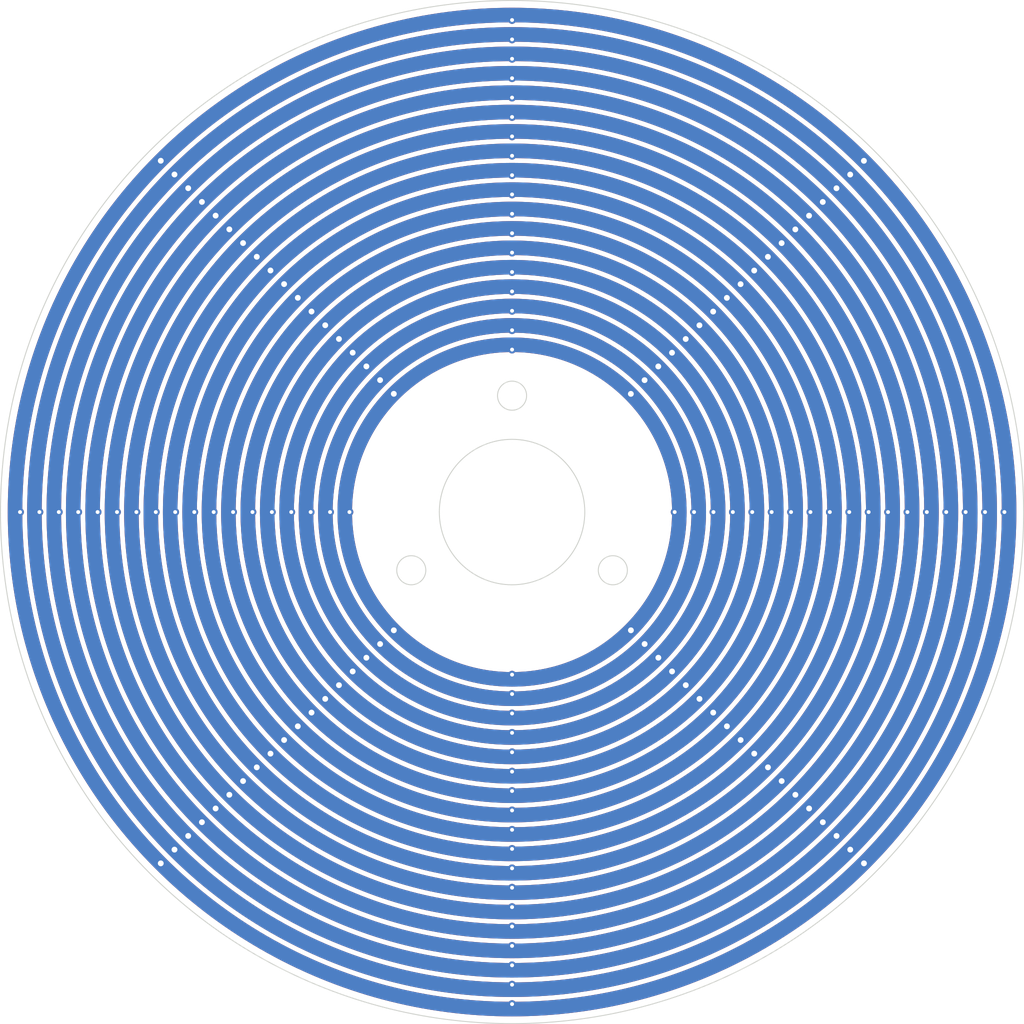
<source format=kicad_pcb>
(kicad_pcb
	(version 20241229)
	(generator "pcbnew")
	(generator_version "9.0")
	(general
		(thickness 1.6)
		(legacy_teardrops no)
	)
	(paper "A4")
	(layers
		(0 "F.Cu" signal)
		(2 "B.Cu" signal)
		(9 "F.Adhes" user "F.Adhesive")
		(11 "B.Adhes" user "B.Adhesive")
		(13 "F.Paste" user)
		(15 "B.Paste" user)
		(5 "F.SilkS" user "F.Silkscreen")
		(7 "B.SilkS" user "B.Silkscreen")
		(1 "F.Mask" user)
		(3 "B.Mask" user)
		(17 "Dwgs.User" user "User.Drawings")
		(19 "Cmts.User" user "User.Comments")
		(21 "Eco1.User" user "User.Eco1")
		(23 "Eco2.User" user "User.Eco2")
		(25 "Edge.Cuts" user)
		(27 "Margin" user)
		(31 "F.CrtYd" user "F.Courtyard")
		(29 "B.CrtYd" user "B.Courtyard")
		(35 "F.Fab" user)
		(33 "B.Fab" user)
		(39 "User.1" user)
		(41 "User.2" user)
		(43 "User.3" user)
		(45 "User.4" user)
	)
	(setup
		(pad_to_mask_clearance 0)
		(allow_soldermask_bridges_in_footprints no)
		(tenting front back)
		(pcbplotparams
			(layerselection 0x00000000_00000000_55555555_5755f5ff)
			(plot_on_all_layers_selection 0x00000000_00000000_00000000_00000000)
			(disableapertmacros no)
			(usegerberextensions no)
			(usegerberattributes yes)
			(usegerberadvancedattributes yes)
			(creategerberjobfile yes)
			(dashed_line_dash_ratio 12.000000)
			(dashed_line_gap_ratio 3.000000)
			(svgprecision 4)
			(plotframeref no)
			(mode 1)
			(useauxorigin no)
			(hpglpennumber 1)
			(hpglpenspeed 20)
			(hpglpendiameter 15.000000)
			(pdf_front_fp_property_popups yes)
			(pdf_back_fp_property_popups yes)
			(pdf_metadata yes)
			(pdf_single_document no)
			(dxfpolygonmode yes)
			(dxfimperialunits yes)
			(dxfusepcbnewfont yes)
			(psnegative no)
			(psa4output no)
			(plot_black_and_white yes)
			(sketchpadsonfab no)
			(plotpadnumbers no)
			(hidednponfab no)
			(sketchdnponfab yes)
			(crossoutdnponfab yes)
			(subtractmaskfromsilk no)
			(outputformat 1)
			(mirror no)
			(drillshape 0)
			(scaleselection 1)
			(outputdirectory "C:/Users/bhavy/OneDrive/Documents/GitHub/IMU-Turntable/build/PCB/XY_pogo-ring/XY_pogo-ring_GERBER/XY_pogo-ring_DRILL/")
		)
	)
	(net 0 "")
	(net 1 "8")
	(net 2 "6")
	(net 3 "7")
	(net 4 "5")
	(net 5 "4")
	(net 6 "1")
	(net 7 "2")
	(net 8 "3")
	(net 9 "9")
	(net 10 "10")
	(net 11 "11")
	(net 12 "12")
	(net 13 "13")
	(net 14 "15")
	(net 15 "14")
	(net 16 "16")
	(net 17 "17")
	(net 18 "18")
	(gr_circle
		(center 0 0)
		(end 38.5 0)
		(stroke
			(width 3)
			(type solid)
		)
		(fill no)
		(layer "F.Cu")
		(net 7)
		(uuid "0788f758-2a4c-4fe4-a451-fd0951618c2c")
	)
	(gr_circle
		(center 0 0)
		(end 62.5 0)
		(stroke
			(width 3)
			(type solid)
		)
		(fill no)
		(layer "F.Cu")
		(net 1)
		(uuid "13953cfd-e041-4aa5-96e5-e122aa34b5f2")
	)
	(gr_circle
		(center 0 0)
		(end 94.5 0)
		(stroke
			(width 3)
			(type solid)
		)
		(fill no)
		(layer "F.Cu")
		(net 16)
		(uuid "19ef8872-9016-4a27-8a34-9e8a5e9af57d")
	)
	(gr_circle
		(center 0 0)
		(end 78.5 0)
		(stroke
			(width 3)
			(type solid)
		)
		(fill no)
		(layer "F.Cu")
		(net 12)
		(uuid "2c81f24e-070a-4d91-80dd-75a3afb3cb1b")
	)
	(gr_circle
		(center 0 0)
		(end 46.5 0)
		(stroke
			(width 3)
			(type solid)
		)
		(fill no)
		(layer "F.Cu")
		(net 5)
		(uuid "42c2d414-ac6f-4540-8cec-4ce6be08845d")
	)
	(gr_circle
		(center 0 0)
		(end 50.5 0)
		(stroke
			(width 3)
			(type solid)
		)
		(fill no)
		(layer "F.Cu")
		(net 4)
		(uuid "447c8f44-26a5-4571-8dbb-d9514bc75d8a")
	)
	(gr_circle
		(center 0 0)
		(end 34.5 0)
		(stroke
			(width 3)
			(type solid)
		)
		(fill no)
		(layer "F.Cu")
		(net 6)
		(uuid "5f9e0520-2af3-4e52-bc96-7625321ec2dc")
	)
	(gr_circle
		(center 0 0)
		(end 86.5 0)
		(stroke
			(width 3)
			(type solid)
		)
		(fill no)
		(layer "F.Cu")
		(net 15)
		(uuid "66f76a7e-4b3e-4ffa-b510-0051eccace70")
	)
	(gr_circle
		(center 0 0)
		(end 102.5 0)
		(stroke
			(width 3)
			(type solid)
		)
		(fill no)
		(layer "F.Cu")
		(net 18)
		(uuid "7d7105ef-2dd6-46d7-a902-e0527541c598")
	)
	(gr_circle
		(center 0 0)
		(end 82.5 0)
		(stroke
			(width 3)
			(type solid)
		)
		(fill no)
		(layer "F.Cu")
		(net 13)
		(uuid "85f829a8-ea08-4180-8c96-a5470b846664")
	)
	(gr_circle
		(center 0 0)
		(end 58.5 0)
		(stroke
			(width 3)
			(type solid)
		)
		(fill no)
		(layer "F.Cu")
		(net 3)
		(uuid "977988ca-974c-45f4-9f9b-755c253a1bd6")
	)
	(gr_circle
		(center 0 0)
		(end 98.5 0)
		(stroke
			(width 3)
			(type solid)
		)
		(fill no)
		(layer "F.Cu")
		(net 17)
		(uuid "a26ae723-d2ea-44ae-abd2-ef92b24e8361")
	)
	(gr_circle
		(center 0 0)
		(end 54.5 0)
		(stroke
			(width 3)
			(type solid)
		)
		(fill no)
		(layer "F.Cu")
		(net 2)
		(uuid "a43893a7-bcd8-43ad-83bc-389aa4375b84")
	)
	(gr_circle
		(center 0 0)
		(end 70.5 0)
		(stroke
			(width 3)
			(type solid)
		)
		(fill no)
		(layer "F.Cu")
		(net 10)
		(uuid "c197c73a-3c1b-424c-84fe-33e6ba216ded")
	)
	(gr_circle
		(center 0 0)
		(end 66.5 0)
		(stroke
			(width 3)
			(type solid)
		)
		(fill no)
		(layer "F.Cu")
		(net 9)
		(uuid "c2a8ba52-ff57-468b-8dd5-e555ca748bbf")
	)
	(gr_circle
		(center 0 0)
		(end 42.5 0)
		(stroke
			(width 3)
			(type solid)
		)
		(fill no)
		(layer "F.Cu")
		(net 8)
		(uuid "d3493a87-3d61-46f4-b170-0965b03917f4")
	)
	(gr_circle
		(center 0 0)
		(end 90.5 0)
		(stroke
			(width 3)
			(type solid)
		)
		(fill no)
		(layer "F.Cu")
		(net 14)
		(uuid "dd739a9f-5501-4f7c-b007-f81647aa1183")
	)
	(gr_circle
		(center 0 0)
		(end 74.5 0)
		(stroke
			(width 3)
			(type solid)
		)
		(fill no)
		(layer "F.Cu")
		(net 11)
		(uuid "f5e008ea-7dda-4002-8d3e-da4be7da206f")
	)
	(gr_circle
		(center 0 0)
		(end 82.5 0)
		(stroke
			(width 3)
			(type solid)
		)
		(fill no)
		(layer "B.Cu")
		(net 13)
		(uuid "0eda1d95-325c-4efa-9114-47446e7156da")
	)
	(gr_circle
		(center 0 0)
		(end 54.5 0)
		(stroke
			(width 3)
			(type solid)
		)
		(fill no)
		(layer "B.Cu")
		(net 2)
		(uuid "1f47948b-9d4c-4cbb-8fed-1feb87c1f9de")
	)
	(gr_circle
		(center 0 0)
		(end 58.5 0)
		(stroke
			(width 3)
			(type solid)
		)
		(fill no)
		(layer "B.Cu")
		(net 3)
		(uuid "570e5ea9-181e-449b-853f-580fad95eb9c")
	)
	(gr_circle
		(center 0 0)
		(end 102.5 0)
		(stroke
			(width 3)
			(type solid)
		)
		(fill no)
		(layer "B.Cu")
		(net 18)
		(uuid "5d4326d2-6c64-4a0b-a328-74f7cf8ba3ed")
	)
	(gr_circle
		(center 0 0)
		(end 46.5 0)
		(stroke
			(width 3)
			(type solid)
		)
		(fill no)
		(layer "B.Cu")
		(net 5)
		(uuid "73e0a795-aacf-472a-b6d9-67bbf5a57cca")
	)
	(gr_circle
		(center 0 0)
		(end 62.5 0)
		(stroke
			(width 3)
			(type solid)
		)
		(fill no)
		(layer "B.Cu")
		(net 1)
		(uuid "76ee5140-6216-44d6-84d5-b05395c556d9")
	)
	(gr_circle
		(center 0 0)
		(end 38.5 0)
		(stroke
			(width 3)
			(type solid)
		)
		(fill no)
		(layer "B.Cu")
		(net 7)
		(uuid "7b264c71-768a-4feb-8e86-713e5cff63b0")
	)
	(gr_circle
		(center 0 0)
		(end 98.5 0)
		(stroke
			(width 3)
			(type solid)
		)
		(fill no)
		(layer "B.Cu")
		(net 17)
		(uuid "7e68936d-daab-4b10-9dea-6fcedb8537b2")
	)
	(gr_circle
		(center 0 0)
		(end 34.5 0)
		(stroke
			(width 3)
			(type solid)
		)
		(fill no)
		(layer "B.Cu")
		(net 6)
		(uuid "9bfdbf06-3137-4984-bb52-b6b35fa7c4e1")
	)
	(gr_circle
		(center 0 0)
		(end 90.5 0)
		(stroke
			(width 3)
			(type solid)
		)
		(fill no)
		(layer "B.Cu")
		(net 14)
		(uuid "affee9df-f588-42f7-bb00-6b960a600479")
	)
	(gr_circle
		(center 0 0)
		(end 66.5 0)
		(stroke
			(width 3)
			(type solid)
		)
		(fill no)
		(layer "B.Cu")
		(net 9)
		(uuid "be01cfa7-d6fc-468e-ba92-1fd8b2516f9d")
	)
	(gr_circle
		(center 0 0)
		(end 86.5 0)
		(stroke
			(width 3)
			(type solid)
		)
		(fill no)
		(layer "B.Cu")
		(net 15)
		(uuid "c2ec2376-82a4-4e44-82be-97a82da00109")
	)
	(gr_circle
		(center 0 0)
		(end 50.5 0)
		(stroke
			(width 3)
			(type solid)
		)
		(fill no)
		(layer "B.Cu")
		(net 4)
		(uuid "e7ba7bca-fc91-4c3b-a503-8541a7eca0ff")
	)
	(gr_circle
		(center 0 0)
		(end 78.5 0)
		(stroke
			(width 3)
			(type solid)
		)
		(fill no)
		(layer "B.Cu")
		(net 12)
		(uuid "f00198cf-e676-4a0a-a9ff-9befbf9800f7")
	)
	(gr_circle
		(center 0 0)
		(end 94.5 0)
		(stroke
			(width 3)
			(type solid)
		)
		(fill no)
		(layer "B.Cu")
		(net 16)
		(uuid "f1619b19-4aab-458f-914c-16687a4c79f9")
	)
	(gr_circle
		(center 0 0)
		(end 70.5 0)
		(stroke
			(width 3)
			(type solid)
		)
		(fill no)
		(layer "B.Cu")
		(net 10)
		(uuid "f794bd07-6fb8-4f5e-b61c-2e396cc1e366")
	)
	(gr_circle
		(center 0 0)
		(end 74.5 0)
		(stroke
			(width 3)
			(type solid)
		)
		(fill no)
		(layer "B.Cu")
		(net 11)
		(uuid "f90127b8-949b-4bfb-b09f-46f53de1a1fd")
	)
	(gr_circle
		(center 0 0)
		(end 42.5 0)
		(stroke
			(width 3)
			(type solid)
		)
		(fill no)
		(layer "B.Cu")
		(net 8)
		(uuid "facd07ae-de4f-4143-9811-e642d30451ae")
	)
	(gr_circle
		(center 0 0)
		(end 15 0)
		(stroke
			(width 0.2)
			(type solid)
		)
		(fill no)
		(layer "Edge.Cuts")
		(uuid "3ba28e55-c0cf-4b01-8d16-1245ad5559dd")
	)
	(gr_circle
		(center 20.78461 12)
		(end 23.78461 12)
		(stroke
			(width 0.2)
			(type solid)
		)
		(fill no)
		(layer "Edge.Cuts")
		(uuid "49fca0de-12cf-40ec-a263-f632942d88c9")
	)
	(gr_circle
		(center -20.78461 12)
		(end -17.78461 12)
		(stroke
			(width 0.2)
			(type solid)
		)
		(fill no)
		(layer "Edge.Cuts")
		(uuid "928d0a65-bf2a-4bc7-b5bd-d15ebba07210")
	)
	(gr_circle
		(center 0 0)
		(end 105.5 0)
		(stroke
			(width 0.2)
			(type solid)
		)
		(fill no)
		(layer "Edge.Cuts")
		(uuid "b2150af6-4ada-43fe-a1a5-94402706aafa")
	)
	(gr_circle
		(center 0 -24)
		(end 3 -24)
		(stroke
			(width 0.2)
			(type solid)
		)
		(fill no)
		(layer "Edge.Cuts")
		(uuid "ee70e610-5fb5-4e31-a114-6a7f126ea103")
	)
	(via
		(at -44.182988 44.182988)
		(size 2)
		(drill 1.2)
		(layers "F.Cu" "B.Cu")
		(free yes)
		(net 1)
		(uuid "468538ce-43e0-4a78-a13a-9c5cd69b6991")
	)
	(via
		(at 0 61.529)
		(size 1.6)
		(drill 0.8)
		(layers "F.Cu" "B.Cu")
		(free yes)
		(net 1)
		(uuid "5b8e1724-02bb-404e-8c79-ab375454c6e7")
	)
	(via
		(at 44.309988 44.182988)
		(size 2)
		(drill 1.2)
		(layers "F.Cu" "B.Cu")
		(free yes)
		(net 1)
		(uuid "728bd0a9-d570-4ac2-b413-142294926efa")
	)
	(via
		(at -61.531 0)
		(size 1.6)
		(drill 0.8)
		(layers "F.Cu" "B.Cu")
		(free yes)
		(net 1)
		(uuid "7b9e802f-fbc9-4cac-bfbb-47d5166ca117")
	)
	(via
		(at -44.182988 -44.182988)
		(size 2)
		(drill 1.2)
		(layers "F.Cu" "B.Cu")
		(free yes)
		(net 1)
		(uuid "a8089c57-b0c9-48fa-839e-05425f8b51c6")
	)
	(via
		(at 0 -61.5)
		(size 1.6)
		(drill 0.8)
		(layers "F.Cu" "B.Cu")
		(free yes)
		(net 1)
		(uuid "aaa1c204-4cf0-491b-a7ac-b64722b447a6")
	)
	(via
		(at 44.299281 -44.172281)
		(size 2)
		(drill 1.2)
		(layers "F.Cu" "B.Cu")
		(free yes)
		(net 1)
		(uuid "cde58083-3134-4427-a8e1-2282ba1dccf2")
	)
	(via
		(at 61.531 0)
		(size 1.6)
		(drill 0.8)
		(layers "F.Cu" "B.Cu")
		(free yes)
		(net 1)
		(uuid "f502773d-2710-4ca2-a990-284bafac8470")
	)
	(via
		(at 0 -53.5)
		(size 1.6)
		(drill 0.8)
		(layers "F.Cu" "B.Cu")
		(free yes)
		(net 2)
		(uuid "0166b832-a2ed-4445-8bd1-86bf2a4e47bd")
	)
	(via
		(at -38.526135 -38.526135)
		(size 2)
		(drill 1.2)
		(layers "F.Cu" "B.Cu")
		(free yes)
		(net 2)
		(uuid "14db74c5-12bf-415b-8e60-2585227d7ef0")
	)
	(via
		(at 38.642427 -38.515427)
		(size 2)
		(drill 1.2)
		(layers "F.Cu" "B.Cu")
		(free yes)
		(net 2)
		(uuid "25c0b50d-2db7-427d-9a80-2d6e4563d4a7")
	)
	(via
		(at 0 53.529)
		(size 1.6)
		(drill 0.8)
		(layers "F.Cu" "B.Cu")
		(free yes)
		(net 2)
		(uuid "2874c8e1-e0f0-46d7-b160-d430919ec850")
	)
	(via
		(at 53.531 0)
		(size 1.6)
		(drill 0.8)
		(layers "F.Cu" "B.Cu")
		(free yes)
		(net 2)
		(uuid "3980cbb7-0913-4ffc-b141-0761fa7c973b")
	)
	(via
		(at 38.653135 38.526135)
		(size 2)
		(drill 1.2)
		(layers "F.Cu" "B.Cu")
		(free yes)
		(net 2)
		(uuid "4477ae53-253b-4ff3-b753-a2e600816e3a")
	)
	(via
		(at -38.526135 38.526135)
		(size 2)
		(drill 1.2)
		(layers "F.Cu" "B.Cu")
		(free yes)
		(net 2)
		(uuid "a9559d6d-b3f7-4a85-9403-107a082807e5")
	)
	(via
		(at -53.531 0)
		(size 1.6)
		(drill 0.8)
		(layers "F.Cu" "B.Cu")
		(free yes)
		(net 2)
		(uuid "e09ca591-154a-4af8-a6f9-cf16570bc5fa")
	)
	(via
		(at -41.354562 41.354562)
		(size 2)
		(drill 1.2)
		(layers "F.Cu" "B.Cu")
		(free yes)
		(net 3)
		(uuid "117b39bd-15b5-40ef-a658-e536d8714698")
	)
	(via
		(at 0 -57.5)
		(size 1.6)
		(drill 0.8)
		(layers "F.Cu" "B.Cu")
		(free yes)
		(net 3)
		(uuid "1389ff5a-8fc1-4ecd-9618-b028c67ee92f")
	)
	(via
		(at 0 57.529)
		(size 1.6)
		(drill 0.8)
		(layers "F.Cu" "B.Cu")
		(free yes)
		(net 3)
		(uuid "1e38b8a7-dd63-4fa4-b46b-d97fb6a2f6a0")
	)
	(via
		(at 57.531 0)
		(size 1.6)
		(drill 0.8)
		(layers "F.Cu" "B.Cu")
		(free yes)
		(net 3)
		(uuid "277252e1-aca5-4431-9274-7beef3c30599")
	)
	(via
		(at -41.354562 -41.354562)
		(size 2)
		(drill 1.2)
		(layers "F.Cu" "B.Cu")
		(free yes)
		(net 3)
		(uuid "4a984893-807d-42f5-ba8c-7be2c9af659b")
	)
	(via
		(at -57.531 0)
		(size 1.6)
		(drill 0.8)
		(layers "F.Cu" "B.Cu")
		(free yes)
		(net 3)
		(uuid "593473ac-b37e-461c-b68b-fc3d5bbff785")
	)
	(via
		(at 41.470854 -41.343854)
		(size 2)
		(drill 1.2)
		(layers "F.Cu" "B.Cu")
		(free yes)
		(net 3)
		(uuid "5fbbf544-f0d4-4553-8cc9-ad9c13fc3a7e")
	)
	(via
		(at 41.481562 41.354562)
		(size 2)
		(drill 1.2)
		(layers "F.Cu" "B.Cu")
		(free yes)
		(net 3)
		(uuid "a28bac49-84d8-42d8-bd30-7594e4276bce")
	)
	(via
		(at -49.531 0)
		(size 1.6)
		(drill 0.8)
		(layers "F.Cu" "B.Cu")
		(free yes)
		(net 4)
		(uuid "2d997833-a66b-425a-95e5-01a3a0ab7513")
	)
	(via
		(at -35.697708 -35.697708)
		(size 2)
		(drill 1.2)
		(layers "F.Cu" "B.Cu")
		(free yes)
		(net 4)
		(uuid "402813bb-27e7-463e-91a2-ca286fb61f7a")
	)
	(via
		(at -35.697708 35.697708)
		(size 2)
		(drill 1.2)
		(layers "F.Cu" "B.Cu")
		(free yes)
		(net 4)
		(uuid "6e0c97ab-1e97-49c4-8b33-41c3d78bc1d9")
	)
	(via
		(at 0 49.529)
		(size 1.6)
		(drill 0.8)
		(layers "F.Cu" "B.Cu")
		(free yes)
		(net 4)
		(uuid "a96ed60e-f20c-4a84-bda2-d964a0f37799")
	)
	(via
		(at 35.824708 35.697708)
		(size 2)
		(drill 1.2)
		(layers "F.Cu" "B.Cu")
		(free yes)
		(net 4)
		(uuid "ad6b3e96-d738-4d16-9dc6-54cf10491ce3")
	)
	(via
		(at 0 -49.5)
		(size 1.6)
		(drill 0.8)
		(layers "F.Cu" "B.Cu")
		(free yes)
		(net 4)
		(uuid "b6f2704d-0dfb-4220-b28d-3e82e9596cbd")
	)
	(via
		(at 49.531 0)
		(size 1.6)
		(drill 0.8)
		(layers "F.Cu" "B.Cu")
		(free yes)
		(net 4)
		(uuid "dca79d37-69b8-4f16-b862-87db2e069349")
	)
	(via
		(at 35.814 -35.687)
		(size 2)
		(drill 1.2)
		(layers "F.Cu" "B.Cu")
		(free yes)
		(net 4)
		(uuid "f7a2ddbf-17bd-42bf-9749-93301ff1342c")
	)
	(via
		(at 0 45.529)
		(size 1.6)
		(drill 0.8)
		(layers "F.Cu" "B.Cu")
		(free yes)
		(net 5)
		(uuid "06eaaf05-b22c-4db8-a10e-46dba5d440a2")
	)
	(via
		(at -32.869281 32.869281)
		(size 2)
		(drill 1.2)
		(layers "F.Cu" "B.Cu")
		(free yes)
		(net 5)
		(uuid "0a9f1482-3a38-4b6c-9916-8f2611eb6065")
	)
	(via
		(at 0 -45.5)
		(size 1.6)
		(drill 0.8)
		(layers "F.Cu" "B.Cu")
		(free yes)
		(net 5)
		(uuid "4e211c06-89a4-4064-92c0-d1c3abfbe57f")
	)
	(via
		(at 45.531 0)
		(size 1.6)
		(drill 0.8)
		(layers "F.Cu" "B.Cu")
		(free yes)
		(net 5)
		(uuid "7a2f43e0-44e7-4584-bf6b-61d4a3bfd5e4")
	)
	(via
		(at 32.985573 -32.858573)
		(size 2)
		(drill 1.2)
		(layers "F.Cu" "B.Cu")
		(free yes)
		(net 5)
		(uuid "93846f0b-3a86-4f07-919d-5d5178e37cca")
	)
	(via
		(at -45.531 0)
		(size 1.6)
		(drill 0.8)
		(layers "F.Cu" "B.Cu")
		(free yes)
		(net 5)
		(uuid "c850edcd-2450-437e-8b36-d5e726c8902c")
	)
	(via
		(at 32.996281 32.869281)
		(size 2)
		(drill 1.2)
		(layers "F.Cu" "B.Cu")
		(free yes)
		(net 5)
		(uuid "dce39f34-4cc1-4cd4-8513-05524765af30")
	)
	(via
		(at -32.869281 -32.869281)
		(size 2)
		(drill 1.2)
		(layers "F.Cu" "B.Cu")
		(free yes)
		(net 5)
		(uuid "f67c7138-741a-45ac-b67c-a299327e1e34")
	)
	(via
		(at 33.531 0)
		(size 1.6)
		(drill 0.8)
		(layers "F.Cu" "B.Cu")
		(free yes)
		(net 6)
		(uuid "551d15ca-c16d-452c-a7cc-4c2e9a7003b3")
	)
	(via
		(at 0 -33.5)
		(size 1.6)
		(drill 0.8)
		(layers "F.Cu" "B.Cu")
		(free yes)
		(net 6)
		(uuid "681936af-2a43-472f-926f-d173d8680c42")
	)
	(via
		(at 24.500292 -24.373292)
		(size 2)
		(drill 1.2)
		(layers "F.Cu" "B.Cu")
		(free yes)
		(net 6)
		(uuid "74921046-3cfe-4c4c-8abc-43840b617eff")
	)
	(via
		(at 0 33.529)
		(size 1.6)
		(drill 0.8)
		(layers "F.Cu" "B.Cu")
		(free yes)
		(net 6)
		(uuid "bde87012-da7e-4398-bdae-60a7f9ba9910")
	)
	(via
		(at 24.511 24.384)
		(size 2)
		(drill 1.2)
		(layers "F.Cu" "B.Cu")
		(free yes)
		(net 6)
		(uuid "d87807d3-afde-4f7c-a2df-c9e95d0ad76b")
	)
	(via
		(at -33.531 0)
		(size 1.6)
		(drill 0.8)
		(layers "F.Cu" "B.Cu")
		(free yes)
		(net 6)
		(uuid "e674d042-7211-4c88-9b60-777cca7d9faf")
	)
	(via
		(at -24.384 24.384)
		(size 2)
		(drill 1.2)
		(layers "F.Cu" "B.Cu")
		(free yes)
		(net 6)
		(uuid "e918fd6b-5e50-4894-98f6-c181f0d25371")
	)
	(via
		(at -24.384 -24.384)
		(size 2)
		(drill 1.2)
		(layers "F.Cu" "B.Cu")
		(free yes)
		(net 6)
		(uuid "f33cebf0-21fe-45a7-bab8-4bc6c8aa57c3")
	)
	(via
		(at -37.531 0)
		(size 1.6)
		(drill 0.8)
		(layers "F.Cu" "B.Cu")
		(free yes)
		(net 7)
		(uuid "2fa094bb-a37e-4548-a0d4-ca9a980d1f39")
	)
	(via
		(at 0 -37.5)
		(size 1.6)
		(drill 0.8)
		(layers "F.Cu" "B.Cu")
		(free yes)
		(net 7)
		(uuid "31139740-189b-4568-8bc8-39d409852e57")
	)
	(via
		(at 27.339426 27.212426)
		(size 2)
		(drill 1.2)
		(layers "F.Cu" "B.Cu")
		(free yes)
		(net 7)
		(uuid "5304732e-a90b-4e24-a6d6-ee702bd008fb")
	)
	(via
		(at 0 37.529)
		(size 1.6)
		(drill 0.8)
		(layers "F.Cu" "B.Cu")
		(free yes)
		(net 7)
		(uuid "56cad371-94fa-452e-82fa-7d50a7eefacc")
	)
	(via
		(at 37.531 0)
		(size 1.6)
		(drill 0.8)
		(layers "F.Cu" "B.Cu")
		(free yes)
		(net 7)
		(uuid "98922d8e-4c42-4793-967d-aeae036b1f7a")
	)
	(via
		(at 27.328719 -27.201719)
		(size 2)
		(drill 1.2)
		(layers "F.Cu" "B.Cu")
		(free yes)
		(net 7)
		(uuid "a6dfde22-07e7-46d8-8280-ee6f6851e316")
	)
	(via
		(at -27.212426 -27.212426)
		(size 2)
		(drill 1.2)
		(layers "F.Cu" "B.Cu")
		(free yes)
		(net 7)
		(uuid "eb370b8d-798e-4696-9bcf-40d56e1772b4")
	)
	(via
		(at -27.212426 27.212426)
		(size 2)
		(drill 1.2)
		(layers "F.Cu" "B.Cu")
		(free yes)
		(net 7)
		(uuid "fe266daf-3dd8-447f-aff1-84169d2361c4")
	)
	(via
		(at -41.531 0)
		(size 1.6)
		(drill 0.8)
		(layers "F.Cu" "B.Cu")
		(free yes)
		(net 8)
		(uuid "023e3242-d137-4e3d-bd3c-cc7c7f460623")
	)
	(via
		(at 30.157146 -30.030146)
		(size 2)
		(drill 1.2)
		(layers "F.Cu" "B.Cu")
		(free yes)
		(net 8)
		(uuid "24b3dd2a-8f39-4f52-b5ec-e9d1759906ed")
	)
	(via
		(at 0 -41.5)
		(size 1.6)
		(drill 0.8)
		(layers "F.Cu" "B.Cu")
		(free yes)
		(net 8)
		(uuid "2537ab84-7e6c-438a-9b10-1a083c77d77d")
	)
	(via
		(at 30.167854 30.040854)
		(size 2)
		(drill 1.2)
		(layers "F.Cu" "B.Cu")
		(free yes)
		(net 8)
		(uuid "2cc14721-ff78-45a5-ab46-3628c7ff5d79")
	)
	(via
		(at 41.531 0)
		(size 1.6)
		(drill 0.8)
		(layers "F.Cu" "B.Cu")
		(free yes)
		(net 8)
		(uuid "bbf6fce9-e599-4909-b602-dadd716b2e94")
	)
	(via
		(at -30.040854 30.040854)
		(size 2)
		(drill 1.2)
		(layers "F.Cu" "B.Cu")
		(free yes)
		(net 8)
		(uuid "d9c82917-ed70-457d-a44c-cc4be743f718")
	)
	(via
		(at -30.040854 -30.040854)
		(size 2)
		(drill 1.2)
		(layers "F.Cu" "B.Cu")
		(free yes)
		(net 8)
		(uuid "db2b4a1c-8ee0-412d-97db-145ab7aab6e7")
	)
	(via
		(at 0 41.529)
		(size 1.6)
		(drill 0.8)
		(layers "F.Cu" "B.Cu")
		(free yes)
		(net 8)
		(uuid "e6b4bc60-de07-426d-a786-1afc4f6dc2ad")
	)
	(via
		(at 47.127709 -47.000709)
		(size 2)
		(drill 1.2)
		(layers "F.Cu" "B.Cu")
		(free yes)
		(net 9)
		(uuid "4055a366-13d9-4935-9cfe-58065e4b5057")
	)
	(via
		(at 65.531 0)
		(size 1.6)
		(drill 0.8)
		(layers "F.Cu" "B.Cu")
		(free yes)
		(net 9)
		(uuid "50aad75b-1a2d-40ec-b7dd-475fc49da820")
	)
	(via
		(at -65.531 0)
		(size 1.6)
		(drill 0.8)
		(layers "F.Cu" "B.Cu")
		(free yes)
		(net 9)
		(uuid "571580cd-acfa-47c8-8707-7b715d8e6ce3")
	)
	(via
		(at -47.011417 -47.011417)
		(size 2)
		(drill 1.2)
		(layers "F.Cu" "B.Cu")
		(free yes)
		(net 9)
		(uuid "60497f17-dfa1-454f-a024-cd7867fe1af3")
	)
	(via
		(at 47.138417 47.011417)
		(size 2)
		(drill 1.2)
		(layers "F.Cu" "B.Cu")
		(free yes)
		(net 9)
		(uuid "61fbc15e-1833-4961-a019-470d80b3ae6c")
	)
	(via
		(at 0 65.529)
		(size 1.6)
		(drill 0.8)
		(layers "F.Cu" "B.Cu")
		(free yes)
		(net 9)
		(uuid "8ac8257c-1f93-4afa-8c01-1db91d8dda94")
	)
	(via
		(at -47.011417 47.011417)
		(size 2)
		(drill 1.2)
		(layers "F.Cu" "B.Cu")
		(free yes)
		(net 9)
		(uuid "c3ace76e-bde8-4abb-9ec8-0e86c1141e16")
	)
	(via
		(at 0 -65.5)
		(size 1.6)
		(drill 0.8)
		(layers "F.Cu" "B.Cu")
		(free yes)
		(net 9)
		(uuid "fd60d882-bb49-460a-a324-b55dae79a5ab")
	)
	(via
		(at 0 -69.469)
		(size 1.6)
		(drill 0.8)
		(layers "F.Cu" "B.Cu")
		(free yes)
		(net 10)
		(uuid "24059dad-adb9-4aeb-80b2-f000dcc9f8b8")
	)
	(via
		(at 49.934215 -49.807215)
		(size 2)
		(drill 1.2)
		(layers "F.Cu" "B.Cu")
		(free yes)
		(net 10)
		(uuid "2d1a9bde-15ab-4d35-be78-78b3f17df292")
	)
	(via
		(at -49.817923 -49.817923)
		(size 2)
		(drill 1.2)
		(layers "F.Cu" "B.Cu")
		(free yes)
		(net 10)
		(uuid "4de21168-38ea-495a-ac97-710d4748cdc2")
	)
	(via
		(at -69.469 0)
		(size 1.6)
		(drill 0.8)
		(layers "F.Cu" "B.Cu")
		(free yes)
		(net 10)
		(uuid "58bc47b5-0929-4a79-b67d-2a872d66d4c2")
	)
	(via
		(at 0 69.469)
		(size 1.6)
		(drill 0.8)
		(layers "F.Cu" "B.Cu")
		(free yes)
		(net 10)
		(uuid "85655305-b9ce-4624-813b-b6d61b2010a0")
	)
	(via
		(at 69.535 0)
		(size 1.6)
		(drill 0.8)
		(layers "F.Cu" "B.Cu")
		(free yes)
		(net 10)
		(uuid "9bf1de99-3a04-4cdb-ace3-6f58ab5b600f")
	)
	(via
		(at -49.817923 49.817923)
		(size 2)
		(drill 1.2)
		(layers "F.Cu" "B.Cu")
		(free yes)
		(net 10)
		(uuid "b60f64e4-d891-429b-98ff-2bd03e0b2052")
	)
	(via
		(at 49.944923 49.817923)
		(size 2)
		(drill 1.2)
		(layers "F.Cu" "B.Cu")
		(free yes)
		(net 10)
		(uuid "bd830677-e68c-4501-8ad3-359bb14c7197")
	)
	(via
		(at 52.762642 -52.635642)
		(size 2)
		(drill 1.2)
		(layers "F.Cu" "B.Cu")
		(free yes)
		(net 11)
		(uuid "0c489a9e-24a4-4261-bac4-020829c3aea5")
	)
	(via
		(at -52.64635 52.64635)
		(size 2)
		(drill 1.2)
		(layers "F.Cu" "B.Cu")
		(free yes)
		(net 11)
		(uuid "27fc8928-23e7-408d-8252-40b97c6b19cd")
	)
	(via
		(at 0 73.469)
		(size 1.6)
		(drill 0.8)
		(layers "F.Cu" "B.Cu")
		(free yes)
		(net 11)
		(uuid "3ba653f2-da29-431d-bdb7-006aac3206b7")
	)
	(via
		(at 0 -73.469)
		(size 1.6)
		(drill 0.8)
		(layers "F.Cu" "B.Cu")
		(free yes)
		(net 11)
		(uuid "7ea30b3e-7bf0-4176-832e-9311dc551356")
	)
	(via
		(at 73.535 0)
		(size 1.6)
		(drill 0.8)
		(layers "F.Cu" "B.Cu")
		(free yes)
		(net 11)
		(uuid "92ea9779-d5ef-470b-9fa6-878557f0709e")
	)
	(via
		(at -52.64635 -52.64635)
		(size 2)
		(drill 1.2)
		(layers "F.Cu" "B.Cu")
		(free yes)
		(net 11)
		(uuid "dd363b45-9732-493e-86f5-5eda83bd75d3")
	)
	(via
		(at 52.77335 52.64635)
		(size 2)
		(drill 1.2)
		(layers "F.Cu" "B.Cu")
		(free yes)
		(net 11)
		(uuid "df17f05c-e61e-44ea-a110-12b5577151d6")
	)
	(via
		(at -73.469 0)
		(size 1.6)
		(drill 0.8)
		(layers "F.Cu" "B.Cu")
		(free yes)
		(net 11)
		(uuid "e2ff8453-223e-4a16-a23d-6f47d420edee")
	)
	(via
		(at -55.474778 55.474778)
		(size 2)
		(drill 1.2)
		(layers "F.Cu" "B.Cu")
		(free yes)
		(net 12)
		(uuid "092e468e-b3f3-48ac-b363-bd060255c184")
	)
	(via
		(at 0 77.469)
		(size 1.6)
		(drill 0.8)
		(layers "F.Cu" "B.Cu")
		(free yes)
		(net 12)
		(uuid "10574ddd-8c2b-4260-8dd1-d11709358c37")
	)
	(via
		(at -55.474778 -55.474778)
		(size 2)
		(drill 1.2)
		(layers "F.Cu" "B.Cu")
		(free yes)
		(net 12)
		(uuid "22dee992-29e0-4093-a4ed-5f2729dc4c77")
	)
	(via
		(at 55.601778 55.474778)
		(size 2)
		(drill 1.2)
		(layers "F.Cu" "B.Cu")
		(free yes)
		(net 12)
		(uuid "235eb1cb-be5a-40df-a488-e0e19bfcbffc")
	)
	(via
		(at -77.469 0)
		(size 1.6)
		(drill 0.8)
		(layers "F.Cu" "B.Cu")
		(free yes)
		(net 12)
		(uuid "5cce4f2b-4cc5-4e78-a4a5-478fbc35bbc6")
	)
	(via
		(at 55.59107 -55.46407)
		(size 2)
		(drill 1.2)
		(layers "F.Cu" "B.Cu")
		(free yes)
		(net 12)
		(uuid "7bb014af-c551-4d65-bb59-23a6ed443efb")
	)
	(via
		(at 0 -77.469)
		(size 1.6)
		(drill 0.8)
		(layers "F.Cu" "B.Cu")
		(free yes)
		(net 12)
		(uuid "97474678-4637-419d-bcbd-5f52e99fdc9f")
	)
	(via
		(at 77.535 0)
		(size 1.6)
		(drill 0.8)
		(layers "F.Cu" "B.Cu")
		(free yes)
		(net 12)
		(uuid "b5933c7e-0fa9-4b55-965e-df9135cd7d1f")
	)
	(via
		(at 81.535 0)
		(size 1.6)
		(drill 0.8)
		(layers "F.Cu" "B.Cu")
		(free yes)
		(net 13)
		(uuid "03b9d11b-9168-4d63-980e-49e05244dcbc")
	)
	(via
		(at 0 81.468999)
		(size 1.6)
		(drill 0.8)
		(layers "F.Cu" "B.Cu")
		(free yes)
		(net 13)
		(uuid "05f27548-77b7-41c8-a912-6c20b15c254f")
	)
	(via
		(at -81.468999 0)
		(size 1.6)
		(drill 0.8)
		(layers "F.Cu" "B.Cu")
		(free yes)
		(net 13)
		(uuid "188e3ed8-6590-490e-8f07-6491c4cabbbe")
	)
	(via
		(at 58.430204 58.303204)
		(size 2)
		(drill 1.2)
		(layers "F.Cu" "B.Cu")
		(free yes)
		(net 13)
		(uuid "3450fb02-ccd0-4a01-b853-b25d832ee6b6")
	)
	(via
		(at 0 -81.468999)
		(size 1.6)
		(drill 0.8)
		(layers "F.Cu" "B.Cu")
		(free yes)
		(net 13)
		(uuid "64cd60a4-9fa4-4ff4-8cfd-a5d57a6f6cfb")
	)
	(via
		(at -58.303204 58.303204)
		(size 2)
		(drill 1.2)
		(layers "F.Cu" "B.Cu")
		(free yes)
		(net 13)
		(uuid "9aa6e401-a2cd-455a-8ec0-1fd771a1d466")
	)
	(via
		(at -58.303204 -58.303204)
		(size 2)
		(drill 1.2)
		(layers "F.Cu" "B.Cu")
		(free yes)
		(net 13)
		(uuid "9ae900a7-7710-49fa-ab43-fd141b3e3588")
	)
	(via
		(at 58.419496 -58.292496)
		(size 2)
		(drill 1.2)
		(layers "F.Cu" "B.Cu")
		(free yes)
		(net 13)
		(uuid "b46d956a-e351-4559-8dcd-962c9c3c5558")
	)
	(via
		(at 89.535 0)
		(size 1.6)
		(drill 0.8)
		(layers "F.Cu" "B.Cu")
		(free yes)
		(net 14)
		(uuid "47235424-11a9-4baa-ab27-2c7833cf910b")
	)
	(via
		(at 0 -89.469001)
		(size 1.6)
		(drill 0.8)
		(layers "F.Cu" "B.Cu")
		(free yes)
		(net 14)
		(uuid "592967d8-400e-42ad-bf30-81127d83effa")
	)
	(via
		(at 64.087059 63.960059)
		(size 2)
		(drill 1.2)
		(layers "F.Cu" "B.Cu")
		(free yes)
		(net 14)
		(uuid "65860909-484e-47b7-a693-ae1d9f614760")
	)
	(via
		(at 0 89.469001)
		(size 1.6)
		(drill 0.8)
		(layers "F.Cu" "B.Cu")
		(free yes)
		(net 14)
		(uuid "6b5c920b-64c9-4e67-89f3-a7cbbed72ca2")
	)
	(via
		(at -89.469001 0)
		(size 1.6)
		(drill 0.8)
		(layers "F.Cu" "B.Cu")
		(free yes)
		(net 14)
		(uuid "6c1bfcb2-335a-4efe-aa05-fda65d1de53d")
	)
	(via
		(at -63.960059 -63.960059)
		(size 2)
		(drill 1.2)
		(layers "F.Cu" "B.Cu")
		(free yes)
		(net 14)
		(uuid "742f4adb-2865-49f1-a355-82fefaac89e9")
	)
	(via
		(at 64.076352 -63.949352)
		(size 2)
		(drill 1.2)
		(layers "F.Cu" "B.Cu")
		(free yes)
		(net 14)
		(uuid "8e389acf-c0a4-4408-9ae8-eb327ac877ba")
	)
	(via
		(at -63.960059 63.960059)
		(size 2)
		(drill 1.2)
		(layers "F.Cu" "B.Cu")
		(free yes)
		(net 14)
		(uuid "dc24c51d-d1b4-4aa5-b8c3-216e0c3b09f1")
	)
	(via
		(at -85.468999 0)
		(size 1.6)
		(drill 0.8)
		(layers "F.Cu" "B.Cu")
		(free yes)
		(net 15)
		(uuid "0dae7c3d-3fcb-456c-890c-f1747fdb0291")
	)
	(via
		(at 0 -85.468999)
		(size 1.6)
		(drill 0.8)
		(layers "F.Cu" "B.Cu")
		(free yes)
		(net 15)
		(uuid "1ecc64e3-e05d-4d3c-98a3-cf5ae6ff77b3")
	)
	(via
		(at -61.131631 61.131631)
		(size 2)
		(drill 1.2)
		(layers "F.Cu" "B.Cu")
		(free yes)
		(net 15)
		(uuid "314bc3e7-5dad-47c1-8921-708865f21e97")
	)
	(via
		(at 61.247923 -61.120923)
		(size 2)
		(drill 1.2)
		(layers "F.Cu" "B.Cu")
		(free yes)
		(net 15)
		(uuid "87249fdb-b46b-4e3a-8a70-f3d6bf921587")
	)
	(via
		(at -61.131631 -61.131631)
		(size 2)
		(drill 1.2)
		(layers "F.Cu" "B.Cu")
		(free yes)
		(net 15)
		(uuid "8a884a08-0032-4a2f-8e4c-db428f6bf145")
	)
	(via
		(at 85.535 0)
		(size 1.6)
		(drill 0.8)
		(layers "F.Cu" "B.Cu")
		(free yes)
		(net 15)
		(uuid "995fe709-dc80-4914-849f-ded5ad320b57")
	)
	(via
		(at 61.258631 61.131631)
		(size 2)
		(drill 1.2)
		(layers "F.Cu" "B.Cu")
		(free yes)
		(net 15)
		(uuid "b817ce00-1e84-46e9-a9ae-1759c0c67854")
	)
	(via
		(at 0 85.468999)
		(size 1.6)
		(drill 0.8)
		(layers "F.Cu" "B.Cu")
		(free yes)
		(net 15)
		(uuid "d254362b-9690-4521-baa7-7cac8b4d11f3")
	)
	(via
		(at -66.788486 66.788486)
		(size 2)
		(drill 1.2)
		(layers "F.Cu" "B.Cu")
		(free yes)
		(net 16)
		(uuid "07777106-b89e-4fca-924d-c7ed4b02aecd")
	)
	(via
		(at 93.535 0)
		(size 1.6)
		(drill 0.8)
		(layers "F.Cu" "B.Cu")
		(free yes)
		(net 16)
		(uuid "180ee28e-b601-4c10-9cad-cc8a5d893ff5")
	)
	(via
		(at 66.904778 -66.777778)
		(size 2)
		(drill 1.2)
		(layers "F.Cu" "B.Cu")
		(free yes)
		(net 16)
		(uuid "5e1e1c26-c8e6-431f-925d-8ac8bd7caa41")
	)
	(via
		(at 0 -93.469)
		(size 1.6)
		(drill 0.8)
		(layers "F.Cu" "B.Cu")
		(free yes)
		(net 16)
		(uuid "9a6d5906-0839-4ea7-8012-600c6c5603e9")
	)
	(via
		(at -93.469 0)
		(size 1.6)
		(drill 0.8)
		(layers "F.Cu" "B.Cu")
		(free yes)
		(net 16)
		(uuid "a0ccfccf-1088-4999-aa6e-5fe89049418a")
	)
	(via
		(at 0 93.469)
		(size 1.6)
		(drill 0.8)
		(layers "F.Cu" "B.Cu")
		(free yes)
		(net 16)
		(uuid "abbd6a48-1af3-4cbe-9c13-93aa5fcd2ced")
	)
	(via
		(at -66.788486 -66.788486)
		(size 2)
		(drill 1.2)
		(layers "F.Cu" "B.Cu")
		(free yes)
		(net 16)
		(uuid "c9d870a1-cbae-4c68-8ca3-0caf3ac54533")
	)
	(via
		(at 66.915486 66.788486)
		(size 2)
		(drill 1.2)
		(layers "F.Cu" "B.Cu")
		(free yes)
		(net 16)
		(uuid "eeb2ce50-c71b-444f-a619-6ae165017690")
	)
	(via
		(at -97.469 0)
		(size 1.6)
		(drill 0.8)
		(layers "F.Cu" "B.Cu")
		(free yes)
		(net 17)
		(uuid "0e04606f-305a-484b-9312-61057c0670fe")
	)
	(via
		(at 0 97.469)
		(size 1.6)
		(drill 0.8)
		(layers "F.Cu" "B.Cu")
		(free yes)
		(net 17)
		(uuid "1ae0b8c8-3bb5-4e02-a13b-cebe79d815e3")
	)
	(via
		(at 97.535 0)
		(size 1.6)
		(drill 0.8)
		(layers "F.Cu" "B.Cu")
		(free yes)
		(net 17)
		(uuid "4e8aa65a-7e9b-4950-acb5-8d5ce663c1be")
	)
	(via
		(at -69.616913 69.616913)
		(size 2)
		(drill 1.2)
		(layers "F.Cu" "B.Cu")
		(free yes)
		(net 17)
		(uuid "6c55f40d-51e3-4202-88f9-b0e1555348b8")
	)
	(via
		(at -69.616913 -69.616913)
		(size 2)
		(drill 1.2)
		(layers "F.Cu" "B.Cu")
		(free yes)
		(net 17)
		(uuid "7453ff55-f767-48d1-a828-34b1d9a49e96")
	)
	(via
		(at 0 -97.469)
		(size 1.6)
		(drill 0.8)
		(layers "F.Cu" "B.Cu")
		(free yes)
		(net 17)
		(uuid "bf9a58c0-12e9-46a2-b2ff-6d979bf376b3")
	)
	(via
		(at 69.743913 69.616913)
		(size 2)
		(drill 1.2)
		(layers "F.Cu" "B.Cu")
		(free yes)
		(net 17)
		(uuid "c3aaee18-c43b-4751-88be-d160345314af")
	)
	(via
		(at 69.733205 -69.606205)
		(size 2)
		(drill 1.2)
		(layers "F.Cu" "B.Cu")
		(free yes)
		(net 17)
		(uuid "f1318128-8ebf-4b1c-8329-151d82e7961d")
	)
	(via
		(at -72.44534 -72.44534)
		(size 2)
		(drill 1.2)
		(layers "F.Cu" "B.Cu")
		(free yes)
		(net 18)
		(uuid "0471830e-6e04-4c1d-9a92-3efc21cbf62c")
	)
	(via
		(at -72.44534 72.44534)
		(size 2)
		(drill 1.2)
		(layers "F.Cu" "B.Cu")
		(free yes)
		(net 18)
		(uuid "22a2f96a-5a47-4c76-8960-d35eb31788b3")
	)
	(via
		(at 0 101.469)
		(size 1.6)
		(drill 0.8)
		(layers "F.Cu" "B.Cu")
		(free yes)
		(net 18)
		(uuid "22ac71ff-9df9-41a6-be64-1d29fb7c89bd")
	)
	(via
		(at -101.469 0)
		(size 1.6)
		(drill 0.8)
		(layers "F.Cu" "B.Cu")
		(free yes)
		(net 18)
		(uuid "52a80125-ce3f-442d-8a0c-7fde708a97b1")
	)
	(via
		(at 101.535 0)
		(size 1.6)
		(drill 0.8)
		(layers "F.Cu" "B.Cu")
		(free yes)
		(net 18)
		(uuid "5891a169-3733-44a8-9c7c-75799a4a7abf")
	)
	(via
		(at 72.57234 72.44534)
		(size 2)
		(drill 1.2)
		(layers "F.Cu" "B.Cu")
		(free yes)
		(net 18)
		(uuid "7206849a-f960-49e9-8046-3841c4bac0dc")
	)
	(via
		(at 72.561632 -72.434632)
		(size 2)
		(drill 1.2)
		(layers "F.Cu" "B.Cu")
		(free yes)
		(net 18)
		(uuid "8ad76ee6-b8fc-4dd4-934e-a26102fbdc3c")
	)
	(via
		(at 0 -101.469)
		(size 1.6)
		(drill 0.8)
		(layers "F.Cu" "B.Cu")
		(free yes)
		(net 18)
		(uuid "a1971c29-6e61-4844-8030-84cf6dfd4787")
	)
	(embedded_fonts no)
)

</source>
